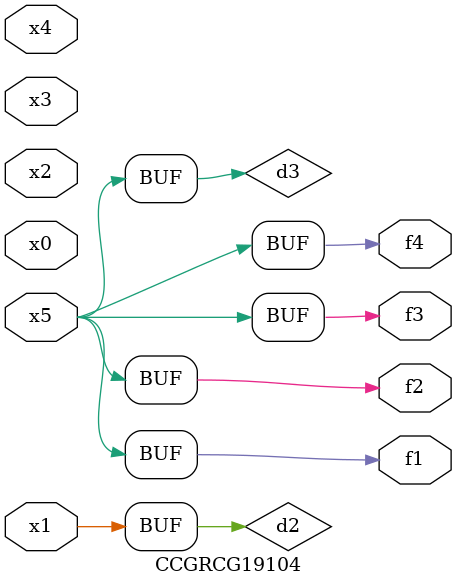
<source format=v>
module CCGRCG19104(
	input x0, x1, x2, x3, x4, x5,
	output f1, f2, f3, f4
);

	wire d1, d2, d3;

	not (d1, x5);
	or (d2, x1);
	xnor (d3, d1);
	assign f1 = d3;
	assign f2 = d3;
	assign f3 = d3;
	assign f4 = d3;
endmodule

</source>
